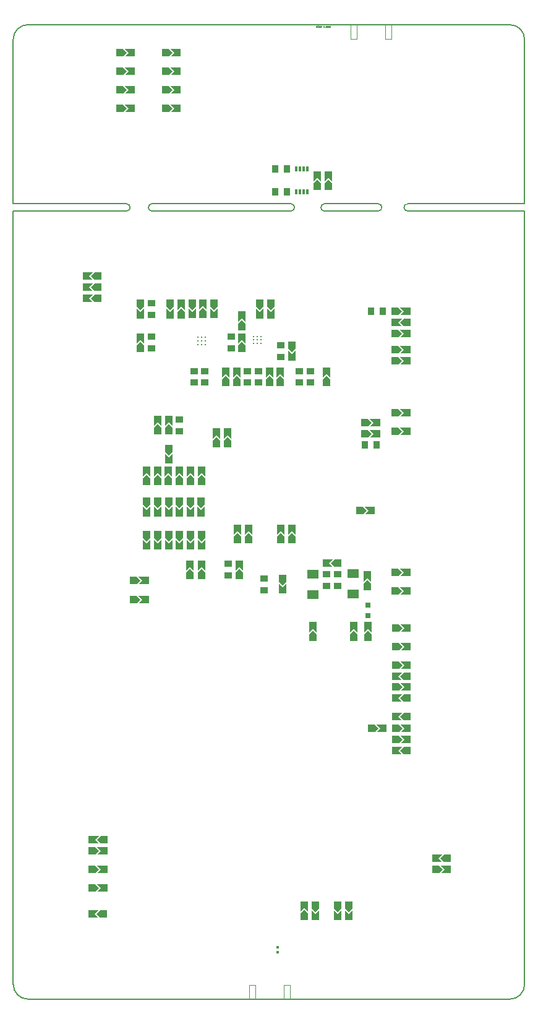
<source format=gbp>
%FSLAX25Y25*%
%MOIN*%
G70*
G01*
G75*
G04 Layer_Color=128*
%ADD10R,0.01575X0.05315*%
%ADD11R,0.07087X0.07480*%
%ADD12R,0.05906X0.07480*%
%ADD13R,0.03937X0.03937*%
%ADD14C,0.03937*%
%ADD15R,0.04724X0.02362*%
%ADD16R,0.03937X0.00787*%
%ADD17R,0.00787X0.03937*%
%ADD18R,0.03937X0.07087*%
%ADD19R,0.02362X0.04331*%
%ADD20R,0.01600X0.03000*%
%ADD21R,0.06496X0.01181*%
%ADD22R,0.01181X0.06496*%
G04:AMPARAMS|DCode=23|XSize=39.37mil|YSize=98.43mil|CornerRadius=0mil|HoleSize=0mil|Usage=FLASHONLY|Rotation=135.000|XOffset=0mil|YOffset=0mil|HoleType=Round|Shape=Rectangle|*
%AMROTATEDRECTD23*
4,1,4,0.04872,0.02088,-0.02088,-0.04872,-0.04872,-0.02088,0.02088,0.04872,0.04872,0.02088,0.0*
%
%ADD23ROTATEDRECTD23*%

G04:AMPARAMS|DCode=24|XSize=39.37mil|YSize=98.43mil|CornerRadius=0mil|HoleSize=0mil|Usage=FLASHONLY|Rotation=225.000|XOffset=0mil|YOffset=0mil|HoleType=Round|Shape=Rectangle|*
%AMROTATEDRECTD24*
4,1,4,-0.02088,0.04872,0.04872,-0.02088,0.02088,-0.04872,-0.04872,0.02088,-0.02088,0.04872,0.0*
%
%ADD24ROTATEDRECTD24*%

%ADD25R,0.08661X0.02362*%
%ADD26R,0.01772X0.01969*%
%ADD27R,0.07874X0.04724*%
%ADD28R,0.08000X0.04000*%
%ADD29R,0.09000X0.12000*%
%ADD30R,0.04331X0.05906*%
%ADD31R,0.01575X0.05315*%
%ADD32R,0.06000X0.05000*%
%ADD33R,0.11024X0.05906*%
%ADD34R,0.10630X0.05906*%
%ADD35R,0.09055X0.07087*%
%ADD36R,0.03150X0.03543*%
%ADD37R,0.07874X0.02362*%
%ADD38R,0.03937X0.03543*%
%ADD39R,0.04000X0.03200*%
%ADD40C,0.00906*%
%ADD41R,0.01969X0.00984*%
%ADD42R,0.00984X0.01969*%
%ADD43R,0.03543X0.03937*%
%ADD44R,0.05315X0.01575*%
%ADD45R,0.03937X0.03937*%
%ADD46R,0.05906X0.10630*%
%ADD47R,0.05000X0.06000*%
%ADD48C,0.01000*%
%ADD49C,0.03000*%
%ADD50C,0.02000*%
%ADD51C,0.00500*%
%ADD52C,0.00800*%
%ADD53C,0.00900*%
%ADD54C,0.00600*%
%ADD55C,0.04000*%
%ADD56C,0.00610*%
%ADD57C,0.01600*%
%ADD58R,0.09000X0.05500*%
%ADD59R,0.11400X0.05400*%
%ADD60R,0.24300X0.08400*%
%ADD61R,0.23700X0.05006*%
%ADD62C,0.00394*%
%ADD63C,0.00197*%
%ADD64O,0.06299X0.07874*%
%ADD65R,0.09449X0.07480*%
%ADD66C,0.05709*%
%ADD67O,0.07087X0.05906*%
%ADD68R,0.07087X0.05906*%
%ADD69C,0.05906*%
%ADD70R,0.05906X0.05906*%
%ADD71R,0.05906X0.05906*%
%ADD72C,0.12598*%
%ADD73C,0.01500*%
%ADD74C,0.01600*%
%ADD75C,0.02000*%
%ADD76R,0.01181X0.01772*%
%ADD77R,0.03000X0.03000*%
%ADD78R,0.01181X0.03150*%
%ADD79C,0.01260*%
%ADD80R,0.03200X0.04000*%
%ADD81C,0.00984*%
%ADD82C,0.00787*%
%ADD83C,0.00050*%
%ADD84C,0.01200*%
%ADD85C,0.00300*%
%ADD86C,0.00120*%
%ADD87R,0.00730X0.02560*%
%ADD88R,0.06700X0.01800*%
%ADD89R,0.00650X0.02300*%
%ADD90R,0.03000X0.13551*%
%ADD91R,0.02300X0.00650*%
%ADD92R,0.01800X0.06700*%
%ADD93R,0.02560X0.00730*%
%ADD94R,0.02375X0.06115*%
%ADD95R,0.07887X0.08280*%
%ADD96R,0.06706X0.08280*%
%ADD97C,0.04737*%
%ADD98R,0.05524X0.03162*%
%ADD99R,0.04737X0.01587*%
%ADD100R,0.01587X0.04737*%
%ADD101R,0.04737X0.07887*%
%ADD102R,0.03162X0.05131*%
%ADD103R,0.02400X0.03800*%
%ADD104R,0.07296X0.01981*%
%ADD105R,0.01981X0.07296*%
G04:AMPARAMS|DCode=106|XSize=47.37mil|YSize=106.42mil|CornerRadius=0mil|HoleSize=0mil|Usage=FLASHONLY|Rotation=135.000|XOffset=0mil|YOffset=0mil|HoleType=Round|Shape=Rectangle|*
%AMROTATEDRECTD106*
4,1,4,0.05438,0.02088,-0.02088,-0.05438,-0.05438,-0.02088,0.02088,0.05438,0.05438,0.02088,0.0*
%
%ADD106ROTATEDRECTD106*%

G04:AMPARAMS|DCode=107|XSize=47.37mil|YSize=106.42mil|CornerRadius=0mil|HoleSize=0mil|Usage=FLASHONLY|Rotation=225.000|XOffset=0mil|YOffset=0mil|HoleType=Round|Shape=Rectangle|*
%AMROTATEDRECTD107*
4,1,4,-0.02088,0.05438,0.05438,-0.02088,0.02088,-0.05438,-0.05438,0.02088,-0.02088,0.05438,0.0*
%
%ADD107ROTATEDRECTD107*%

%ADD108R,0.09461X0.03162*%
%ADD109R,0.02572X0.02769*%
%ADD110R,0.08674X0.05524*%
%ADD111R,0.08800X0.04800*%
%ADD112R,0.09800X0.12800*%
%ADD113R,0.05131X0.06706*%
%ADD114R,0.02375X0.06115*%
%ADD115R,0.06800X0.05800*%
%ADD116R,0.11824X0.06706*%
%ADD117R,0.11430X0.06706*%
%ADD118R,0.09855X0.07887*%
%ADD119R,0.03950X0.04343*%
%ADD120R,0.08674X0.03162*%
%ADD121R,0.04737X0.04343*%
%ADD122R,0.04800X0.04000*%
%ADD123C,0.01706*%
%ADD124R,0.02769X0.01784*%
%ADD125R,0.01784X0.02769*%
%ADD126R,0.04343X0.04737*%
%ADD127R,0.06115X0.02375*%
%ADD128R,0.06706X0.11430*%
%ADD129R,0.05800X0.06800*%
%ADD130O,0.07099X0.08674*%
%ADD131R,0.10249X0.08280*%
%ADD132C,0.06509*%
%ADD133O,0.07887X0.06706*%
%ADD134R,0.07887X0.06706*%
%ADD135C,0.06706*%
%ADD136R,0.06706X0.06706*%
%ADD137R,0.06706X0.06706*%
%ADD138C,0.13398*%
%ADD139R,0.01981X0.02572*%
%ADD140R,0.03800X0.03800*%
%ADD141R,0.01981X0.03950*%
%ADD142C,0.02060*%
%ADD143R,0.04000X0.04800*%
G36*
X81000Y11000D02*
X79000Y13000D01*
X77000Y11000D01*
Y14000D01*
X81000D01*
Y11000D01*
D02*
G37*
G36*
X127475Y14800D02*
X129475Y12800D01*
X126475D01*
Y14800D01*
Y16800D01*
X129475D01*
X127475Y14800D01*
D02*
G37*
G36*
X131475Y12800D02*
X130475D01*
X128475Y14800D01*
X130475Y16800D01*
X131475D01*
Y12800D01*
D02*
G37*
G36*
X81000Y10000D02*
Y9000D01*
X77000D01*
Y10000D01*
X79000Y12000D01*
X81000Y10000D01*
D02*
G37*
G36*
X54500Y10900D02*
X52500Y12900D01*
X50500Y10900D01*
Y13900D01*
X54500D01*
Y10900D01*
D02*
G37*
G36*
X60600Y11000D02*
X58600Y13000D01*
X56600Y11000D01*
Y14000D01*
X60600D01*
Y11000D01*
D02*
G37*
G36*
X48800Y24550D02*
X44800D01*
Y27550D01*
X46800Y25550D01*
X48800Y27550D01*
Y24550D01*
D02*
G37*
G36*
X54700D02*
X50700D01*
Y27550D01*
X52700Y25550D01*
X54700Y27550D01*
Y24550D01*
D02*
G37*
G36*
X60600D02*
X56600D01*
Y27550D01*
X58600Y25550D01*
X60600Y27550D01*
Y24550D01*
D02*
G37*
G36*
X31100D02*
X27100D01*
Y27550D01*
X29100Y25550D01*
X31100Y27550D01*
Y24550D01*
D02*
G37*
G36*
X37000D02*
X33000D01*
Y27550D01*
X35000Y25550D01*
X37000Y27550D01*
Y24550D01*
D02*
G37*
G36*
X42900D02*
X38900D01*
Y27550D01*
X40900Y25550D01*
X42900Y27550D01*
Y24550D01*
D02*
G37*
G36*
X60600Y10000D02*
Y9000D01*
X56600D01*
Y10000D01*
X58600Y12000D01*
X60600Y10000D01*
D02*
G37*
G36*
X104400Y975D02*
X100400D01*
Y3975D01*
X102400Y1975D01*
X104400Y3975D01*
Y975D01*
D02*
G37*
G36*
Y4975D02*
X102400Y2975D01*
X100400Y4975D01*
Y5975D01*
X104400D01*
Y4975D01*
D02*
G37*
G36*
X150200Y4100D02*
Y3100D01*
X146200D01*
Y4100D01*
X148200Y6100D01*
X150200Y4100D01*
D02*
G37*
G36*
X27825Y-4600D02*
Y-6600D01*
X24825D01*
X26825Y-4600D01*
X24825Y-2600D01*
X27825D01*
Y-4600D01*
D02*
G37*
G36*
X166825Y-100D02*
X164825Y-2100D01*
X163825D01*
Y1900D01*
X164825D01*
X166825Y-100D01*
D02*
G37*
G36*
X168825D02*
Y-2100D01*
X165825D01*
X167825Y-100D01*
X165825Y1900D01*
X168825D01*
Y-100D01*
D02*
G37*
G36*
X166825Y10000D02*
X164825Y8000D01*
X163825D01*
Y12000D01*
X164825D01*
X166825Y10000D01*
D02*
G37*
G36*
X168825D02*
Y8000D01*
X165825D01*
X167825Y10000D01*
X165825Y12000D01*
X168825D01*
Y10000D01*
D02*
G37*
G36*
X54500Y9900D02*
Y8900D01*
X50500D01*
Y9900D01*
X52500Y11900D01*
X54500Y9900D01*
D02*
G37*
G36*
X25825Y5500D02*
X23825Y3500D01*
X22825D01*
Y7500D01*
X23825D01*
X25825Y5500D01*
D02*
G37*
G36*
X27825D02*
Y3500D01*
X24825D01*
X26825Y5500D01*
X24825Y7500D01*
X27825D01*
Y5500D01*
D02*
G37*
G36*
X150200Y5100D02*
X148200Y7100D01*
X146200Y5100D01*
Y8100D01*
X150200D01*
Y5100D01*
D02*
G37*
G36*
X31100Y28550D02*
X29100Y26550D01*
X27100Y28550D01*
Y29550D01*
X31100D01*
Y28550D01*
D02*
G37*
G36*
X37000Y42450D02*
X33000D01*
Y45450D01*
X35000Y43450D01*
X37000Y45450D01*
Y42450D01*
D02*
G37*
G36*
X42900D02*
X38900D01*
Y45450D01*
X40900Y43450D01*
X42900Y45450D01*
Y42450D01*
D02*
G37*
G36*
X48800D02*
X44800D01*
Y45450D01*
X46800Y43450D01*
X48800Y45450D01*
Y42450D01*
D02*
G37*
G36*
X147725Y43300D02*
X145725Y41300D01*
X144725D01*
Y45300D01*
X145725D01*
X147725Y43300D01*
D02*
G37*
G36*
X149725D02*
Y41300D01*
X146725D01*
X148725Y43300D01*
X146725Y45300D01*
X149725D01*
Y43300D01*
D02*
G37*
G36*
X31100Y42450D02*
X27100D01*
Y45450D01*
X29100Y43450D01*
X31100Y45450D01*
Y42450D01*
D02*
G37*
G36*
X37000Y46450D02*
X35000Y44450D01*
X33000Y46450D01*
Y47450D01*
X37000D01*
Y46450D01*
D02*
G37*
G36*
X42900D02*
X40900Y44450D01*
X38900Y46450D01*
Y47450D01*
X42900D01*
Y46450D01*
D02*
G37*
G36*
X48800D02*
X46800Y44450D01*
X44800Y46450D01*
Y47450D01*
X48800D01*
Y46450D01*
D02*
G37*
G36*
X54653Y42450D02*
X50653D01*
Y45450D01*
X52653Y43450D01*
X54653Y45450D01*
Y42450D01*
D02*
G37*
G36*
X60530D02*
X56530D01*
Y45450D01*
X58530Y43450D01*
X60530Y45450D01*
Y42450D01*
D02*
G37*
G36*
X31100Y46450D02*
X29100Y44450D01*
X27100Y46450D01*
Y47450D01*
X31100D01*
Y46450D01*
D02*
G37*
G36*
X109270Y30125D02*
X107270Y32125D01*
X105270Y30125D01*
Y33125D01*
X109270D01*
Y30125D01*
D02*
G37*
G36*
X54700Y28550D02*
X52700Y26550D01*
X50700Y28550D01*
Y29550D01*
X54700D01*
Y28550D01*
D02*
G37*
G36*
X60600D02*
X58600Y26550D01*
X56600Y28550D01*
Y29550D01*
X60600D01*
Y28550D01*
D02*
G37*
G36*
X80000Y29125D02*
Y28125D01*
X76000D01*
Y29125D01*
X78000Y31125D01*
X80000Y29125D01*
D02*
G37*
G36*
X37000Y28550D02*
X35000Y26550D01*
X33000Y28550D01*
Y29550D01*
X37000D01*
Y28550D01*
D02*
G37*
G36*
X42900D02*
X40900Y26550D01*
X38900Y28550D01*
Y29550D01*
X42900D01*
Y28550D01*
D02*
G37*
G36*
X48800D02*
X46800Y26550D01*
X44800Y28550D01*
Y29550D01*
X48800D01*
Y28550D01*
D02*
G37*
G36*
X80000Y30125D02*
X78000Y32125D01*
X76000Y30125D01*
Y33125D01*
X80000D01*
Y30125D01*
D02*
G37*
G36*
X85900D02*
X83900Y32125D01*
X81900Y30125D01*
Y33125D01*
X85900D01*
Y30125D01*
D02*
G37*
G36*
X103370D02*
X101370Y32125D01*
X99370Y30125D01*
Y33125D01*
X103370D01*
Y30125D01*
D02*
G37*
G36*
X85900Y29125D02*
Y28125D01*
X81900D01*
Y29125D01*
X83900Y31125D01*
X85900Y29125D01*
D02*
G37*
G36*
X103370D02*
Y28125D01*
X99370D01*
Y29125D01*
X101370Y31125D01*
X103370Y29125D01*
D02*
G37*
G36*
X109270D02*
Y28125D01*
X105270D01*
Y29125D01*
X107270Y31125D01*
X109270Y29125D01*
D02*
G37*
G36*
X186450Y-144200D02*
X188450Y-146200D01*
X185450D01*
Y-144200D01*
Y-142200D01*
X188450D01*
X186450Y-144200D01*
D02*
G37*
G36*
X190450Y-146200D02*
X189450D01*
X187450Y-144200D01*
X189450Y-142200D01*
X190450D01*
Y-146200D01*
D02*
G37*
G36*
X3500Y-139900D02*
X1500Y-141900D01*
X500D01*
Y-137900D01*
X1500D01*
X3500Y-139900D01*
D02*
G37*
G36*
X190700Y-150100D02*
Y-152100D01*
X187700D01*
X189700Y-150100D01*
X187700Y-148100D01*
X190700D01*
Y-150100D01*
D02*
G37*
G36*
X3500Y-149900D02*
X1500Y-151900D01*
X500D01*
Y-147900D01*
X1500D01*
X3500Y-149900D01*
D02*
G37*
G36*
X5500D02*
Y-151900D01*
X2500D01*
X4500Y-149900D01*
X2500Y-147900D01*
X5500D01*
Y-149900D01*
D02*
G37*
G36*
X164775Y-85900D02*
X166775Y-87900D01*
X163775D01*
Y-85900D01*
Y-83900D01*
X166775D01*
X164775Y-85900D01*
D02*
G37*
G36*
X168775Y-87900D02*
X167775D01*
X165775Y-85900D01*
X167775Y-83900D01*
X168775D01*
Y-87900D01*
D02*
G37*
G36*
X167025Y-80000D02*
X165025Y-82000D01*
X164025D01*
Y-78000D01*
X165025D01*
X167025Y-80000D01*
D02*
G37*
G36*
X5500Y-139900D02*
Y-141900D01*
X2500D01*
X4500Y-139900D01*
X2500Y-137900D01*
X5500D01*
Y-139900D01*
D02*
G37*
G36*
X1250Y-133900D02*
X3250Y-135900D01*
X250D01*
Y-133900D01*
Y-131900D01*
X3250D01*
X1250Y-133900D01*
D02*
G37*
G36*
X5250Y-135900D02*
X4250D01*
X2250Y-133900D01*
X4250Y-131900D01*
X5250D01*
Y-135900D01*
D02*
G37*
G36*
X188700Y-150100D02*
X186700Y-152100D01*
X185700D01*
Y-148100D01*
X186700D01*
X188700Y-150100D01*
D02*
G37*
G36*
X122000Y-175025D02*
X118000D01*
Y-172025D01*
X120000Y-174025D01*
X122000Y-172025D01*
Y-175025D01*
D02*
G37*
G36*
X134000D02*
X130000D01*
Y-172025D01*
X132000Y-174025D01*
X134000Y-172025D01*
Y-175025D01*
D02*
G37*
G36*
X139900D02*
X135900D01*
Y-172025D01*
X137900Y-174025D01*
X139900Y-172025D01*
Y-175025D01*
D02*
G37*
G36*
X1175Y-174100D02*
X3175Y-176100D01*
X175D01*
Y-174100D01*
Y-172100D01*
X3175D01*
X1175Y-174100D01*
D02*
G37*
G36*
X5175Y-176100D02*
X4175D01*
X2175Y-174100D01*
X4175Y-172100D01*
X5175D01*
Y-176100D01*
D02*
G37*
G36*
X116100Y-173769D02*
Y-174769D01*
X112100D01*
Y-173769D01*
X114100Y-171769D01*
X116100Y-173769D01*
D02*
G37*
G36*
Y-172769D02*
X114100Y-170769D01*
X112100Y-172769D01*
Y-169769D01*
X116100D01*
Y-172769D01*
D02*
G37*
G36*
X3500Y-159900D02*
X1500Y-161900D01*
X500D01*
Y-157900D01*
X1500D01*
X3500Y-159900D01*
D02*
G37*
G36*
X5500D02*
Y-161900D01*
X2500D01*
X4500Y-159900D01*
X2500Y-157900D01*
X5500D01*
Y-159900D01*
D02*
G37*
G36*
X122000Y-171025D02*
X120000Y-173025D01*
X118000Y-171025D01*
Y-170025D01*
X122000D01*
Y-171025D01*
D02*
G37*
G36*
X134000D02*
X132000Y-173025D01*
X130000Y-171025D01*
Y-170025D01*
X134000D01*
Y-171025D01*
D02*
G37*
G36*
X139900D02*
X137900Y-173025D01*
X135900Y-171025D01*
Y-170025D01*
X139900D01*
Y-171025D01*
D02*
G37*
G36*
X169025Y-80000D02*
Y-82000D01*
X166025D01*
X168025Y-80000D01*
X166025Y-78000D01*
X169025D01*
Y-80000D01*
D02*
G37*
G36*
X120800Y-23275D02*
Y-24275D01*
X116800D01*
Y-23275D01*
X118800Y-21275D01*
X120800Y-23275D01*
D02*
G37*
G36*
X142700D02*
Y-24275D01*
X138700D01*
Y-23275D01*
X140700Y-21275D01*
X142700Y-23275D01*
D02*
G37*
G36*
X150300D02*
Y-24275D01*
X146300D01*
Y-23275D01*
X148300Y-21275D01*
X150300Y-23275D01*
D02*
G37*
G36*
X169025Y-40000D02*
Y-42000D01*
X166025D01*
X168025Y-40000D01*
X166025Y-38000D01*
X169025D01*
Y-40000D01*
D02*
G37*
G36*
X167025Y-30000D02*
X165025Y-32000D01*
X164025D01*
Y-28000D01*
X165025D01*
X167025Y-30000D01*
D02*
G37*
G36*
X169025D02*
Y-32000D01*
X166025D01*
X168025Y-30000D01*
X166025Y-28000D01*
X169025D01*
Y-30000D01*
D02*
G37*
G36*
X167025Y-20000D02*
X165025Y-22000D01*
X164025D01*
Y-18000D01*
X165025D01*
X167025Y-20000D01*
D02*
G37*
G36*
X169025D02*
Y-22000D01*
X166025D01*
X168025Y-20000D01*
X166025Y-18000D01*
X169025D01*
Y-20000D01*
D02*
G37*
G36*
X25825Y-4600D02*
X23825Y-6600D01*
X22825D01*
Y-2600D01*
X23825D01*
X25825Y-4600D01*
D02*
G37*
G36*
X120800Y-22275D02*
X118800Y-20275D01*
X116800Y-22275D01*
Y-19275D01*
X120800D01*
Y-22275D01*
D02*
G37*
G36*
X142700D02*
X140700Y-20275D01*
X138700Y-22275D01*
Y-19275D01*
X142700D01*
Y-22275D01*
D02*
G37*
G36*
X150300D02*
X148300Y-20275D01*
X146300Y-22275D01*
Y-19275D01*
X150300D01*
Y-22275D01*
D02*
G37*
G36*
X167025Y-40000D02*
X165025Y-42000D01*
X164025D01*
Y-38000D01*
X165025D01*
X167025Y-40000D01*
D02*
G37*
G36*
X169025Y-74100D02*
Y-76100D01*
X166025D01*
X168025Y-74100D01*
X166025Y-72100D01*
X169025D01*
Y-74100D01*
D02*
G37*
G36*
X164800Y-67700D02*
X166800Y-69700D01*
X163800D01*
Y-67700D01*
Y-65700D01*
X166800D01*
X164800Y-67700D01*
D02*
G37*
G36*
X168800Y-69700D02*
X167800D01*
X165800Y-67700D01*
X167800Y-65700D01*
X168800D01*
Y-69700D01*
D02*
G37*
G36*
X154125Y-74200D02*
X152125Y-76200D01*
X151125D01*
Y-72200D01*
X152125D01*
X154125Y-74200D01*
D02*
G37*
G36*
X156125D02*
Y-76200D01*
X153125D01*
X155125Y-74200D01*
X153125Y-72200D01*
X156125D01*
Y-74200D01*
D02*
G37*
G36*
X167025Y-74100D02*
X165025Y-76100D01*
X164025D01*
Y-72100D01*
X165025D01*
X167025Y-74100D01*
D02*
G37*
G36*
X169025Y-51800D02*
Y-53800D01*
X166025D01*
X168025Y-51800D01*
X166025Y-49800D01*
X169025D01*
Y-51800D01*
D02*
G37*
G36*
X164775Y-45900D02*
X166775Y-47900D01*
X163775D01*
Y-45900D01*
Y-43900D01*
X166775D01*
X164775Y-45900D01*
D02*
G37*
G36*
X168775Y-47900D02*
X167775D01*
X165775Y-45900D01*
X167775Y-43900D01*
X168775D01*
Y-47900D01*
D02*
G37*
G36*
X164775Y-57700D02*
X166775Y-59700D01*
X163775D01*
Y-57700D01*
Y-55700D01*
X166775D01*
X164775Y-57700D01*
D02*
G37*
G36*
X168775Y-59700D02*
X167775D01*
X165775Y-57700D01*
X167775Y-55700D01*
X168775D01*
Y-59700D01*
D02*
G37*
G36*
X167025Y-51800D02*
X165025Y-53800D01*
X164025D01*
Y-49800D01*
X165025D01*
X167025Y-51800D01*
D02*
G37*
G36*
X55560Y149208D02*
X51560D01*
Y152208D01*
X53560Y150208D01*
X55560Y152208D01*
Y149208D01*
D02*
G37*
G36*
X27800Y153175D02*
X25800Y151175D01*
X23800Y153175D01*
Y154175D01*
X27800D01*
Y153175D01*
D02*
G37*
G36*
X43630D02*
X41630Y151175D01*
X39630Y153175D01*
Y154175D01*
X43630D01*
Y153175D01*
D02*
G37*
G36*
X91979Y149175D02*
X87979D01*
Y152175D01*
X89979Y150175D01*
X91979Y152175D01*
Y149175D01*
D02*
G37*
G36*
X98000D02*
X94000D01*
Y152175D01*
X96000Y150175D01*
X98000Y152175D01*
Y149175D01*
D02*
G37*
G36*
X67400Y149200D02*
X63400D01*
Y152200D01*
X65400Y150200D01*
X67400Y152200D01*
Y149200D01*
D02*
G37*
G36*
X55560Y153208D02*
X53560Y151208D01*
X51560Y153208D01*
Y154208D01*
X55560D01*
Y153208D01*
D02*
G37*
G36*
X49700Y151425D02*
X47700Y153425D01*
X45700Y151425D01*
Y154425D01*
X49700D01*
Y151425D01*
D02*
G37*
G36*
X61460Y151458D02*
X59460Y153458D01*
X57460Y151458D01*
Y154458D01*
X61460D01*
Y151458D01*
D02*
G37*
G36*
X91979Y153175D02*
X89979Y151175D01*
X87979Y153175D01*
Y154175D01*
X91979D01*
Y153175D01*
D02*
G37*
G36*
X98000D02*
X96000Y151175D01*
X94000Y153175D01*
Y154175D01*
X98000D01*
Y153175D01*
D02*
G37*
G36*
X67400Y153200D02*
X65400Y151200D01*
X63400Y153200D01*
Y154200D01*
X67400D01*
Y153200D01*
D02*
G37*
G36*
X43630Y149175D02*
X39630D01*
Y152175D01*
X41630Y150175D01*
X43630Y152175D01*
Y149175D01*
D02*
G37*
G36*
X164600Y144600D02*
X166600Y142600D01*
X163600D01*
Y144600D01*
Y146600D01*
X166600D01*
X164600Y144600D01*
D02*
G37*
G36*
X168600Y142600D02*
X167600D01*
X165600Y144600D01*
X167600Y146600D01*
X168600D01*
Y142600D01*
D02*
G37*
G36*
X82500Y144100D02*
Y143100D01*
X78500D01*
Y144100D01*
X80500Y146100D01*
X82500Y144100D01*
D02*
G37*
G36*
Y133325D02*
X80500Y135325D01*
X78500Y133325D01*
Y136325D01*
X82500D01*
Y133325D01*
D02*
G37*
G36*
X166825Y138700D02*
X164825Y136700D01*
X163825D01*
Y140700D01*
X164825D01*
X166825Y138700D01*
D02*
G37*
G36*
X168825D02*
Y136700D01*
X165825D01*
X167825Y138700D01*
X165825Y140700D01*
X168825D01*
Y138700D01*
D02*
G37*
G36*
X49700Y150425D02*
Y149425D01*
X45700D01*
Y150425D01*
X47700Y152425D01*
X49700Y150425D01*
D02*
G37*
G36*
X61460Y150458D02*
Y149458D01*
X57460D01*
Y150458D01*
X59460Y152458D01*
X61460Y150458D01*
D02*
G37*
G36*
X27800Y149175D02*
X23800D01*
Y152175D01*
X25800Y150175D01*
X27800Y152175D01*
Y149175D01*
D02*
G37*
G36*
X82500Y145100D02*
X80500Y147100D01*
X78500Y145100D01*
Y148100D01*
X82500D01*
Y145100D01*
D02*
G37*
G36*
X166850Y150600D02*
X164850Y148600D01*
X163850D01*
Y152600D01*
X164850D01*
X166850Y150600D01*
D02*
G37*
G36*
X168850D02*
Y148600D01*
X165850D01*
X167850Y150600D01*
X165850Y152600D01*
X168850D01*
Y150600D01*
D02*
G37*
G36*
X-2000Y157700D02*
X0Y155700D01*
X-3000D01*
Y157700D01*
Y159700D01*
X0D01*
X-2000Y157700D01*
D02*
G37*
G36*
X45025Y270000D02*
Y268000D01*
X42025D01*
X44025Y270000D01*
X42025Y272000D01*
X45025D01*
Y270000D01*
D02*
G37*
G36*
X18225Y280000D02*
X16225Y278000D01*
X15225D01*
Y282000D01*
X16225D01*
X18225Y280000D01*
D02*
G37*
G36*
X20225D02*
Y278000D01*
X17225D01*
X19225Y280000D01*
X17225Y282000D01*
X20225D01*
Y280000D01*
D02*
G37*
G36*
X18225Y270000D02*
X16225Y268000D01*
X15225D01*
Y272000D01*
X16225D01*
X18225Y270000D01*
D02*
G37*
G36*
X20225D02*
Y268000D01*
X17225D01*
X19225Y270000D01*
X17225Y272000D01*
X20225D01*
Y270000D01*
D02*
G37*
G36*
X43025D02*
X41025Y268000D01*
X40025D01*
Y272000D01*
X41025D01*
X43025Y270000D01*
D02*
G37*
G36*
X20225Y290000D02*
Y288000D01*
X17225D01*
X19225Y290000D01*
X17225Y292000D01*
X20225D01*
Y290000D01*
D02*
G37*
G36*
X43025D02*
X41025Y288000D01*
X40025D01*
Y292000D01*
X41025D01*
X43025Y290000D01*
D02*
G37*
G36*
X45025D02*
Y288000D01*
X42025D01*
X44025Y290000D01*
X42025Y292000D01*
X45025D01*
Y290000D01*
D02*
G37*
G36*
X43025Y280000D02*
X41025Y278000D01*
X40025D01*
Y282000D01*
X41025D01*
X43025Y280000D01*
D02*
G37*
G36*
X45025D02*
Y278000D01*
X42025D01*
X44025Y280000D01*
X42025Y282000D01*
X45025D01*
Y280000D01*
D02*
G37*
G36*
X18225Y290000D02*
X16225Y288000D01*
X15225D01*
Y292000D01*
X16225D01*
X18225Y290000D01*
D02*
G37*
G36*
X45025Y260000D02*
Y258000D01*
X42025D01*
X44025Y260000D01*
X42025Y262000D01*
X45025D01*
Y260000D01*
D02*
G37*
G36*
X-2000Y169500D02*
X0Y167500D01*
X-3000D01*
Y169500D01*
Y171500D01*
X0D01*
X-2000Y169500D01*
D02*
G37*
G36*
X2000Y167500D02*
X1000D01*
X-1000Y169500D01*
X1000Y171500D01*
X2000D01*
Y167500D01*
D02*
G37*
G36*
X123000Y219600D02*
Y218600D01*
X119000D01*
Y219600D01*
X121000Y221600D01*
X123000Y219600D01*
D02*
G37*
G36*
X2000Y155700D02*
X1000D01*
X-1000Y157700D01*
X1000Y159700D01*
X2000D01*
Y155700D01*
D02*
G37*
G36*
X-2000Y163600D02*
X0Y161600D01*
X-3000D01*
Y163600D01*
Y165600D01*
X0D01*
X-2000Y163600D01*
D02*
G37*
G36*
X2000Y161600D02*
X1000D01*
X-1000Y163600D01*
X1000Y165600D01*
X2000D01*
Y161600D01*
D02*
G37*
G36*
X18225Y260000D02*
X16225Y258000D01*
X15225D01*
Y262000D01*
X16225D01*
X18225Y260000D01*
D02*
G37*
G36*
X20225D02*
Y258000D01*
X17225D01*
X19225Y260000D01*
X17225Y262000D01*
X20225D01*
Y260000D01*
D02*
G37*
G36*
X43025D02*
X41025Y258000D01*
X40025D01*
Y262000D01*
X41025D01*
X43025Y260000D01*
D02*
G37*
G36*
X129200Y219600D02*
Y218600D01*
X125200D01*
Y219600D01*
X127200Y221600D01*
X129200Y219600D01*
D02*
G37*
G36*
X123000Y220600D02*
X121000Y222600D01*
X119000Y220600D01*
Y223600D01*
X123000D01*
Y220600D01*
D02*
G37*
G36*
X129200D02*
X127200Y222600D01*
X125200Y220600D01*
Y223600D01*
X129200D01*
Y220600D01*
D02*
G37*
G36*
X68857Y81100D02*
Y80100D01*
X64857D01*
Y81100D01*
X66857Y83100D01*
X68857Y81100D01*
D02*
G37*
G36*
X74800D02*
Y80100D01*
X70800D01*
Y81100D01*
X72800Y83100D01*
X74800Y81100D01*
D02*
G37*
G36*
X68857Y82100D02*
X66857Y84100D01*
X64857Y82100D01*
Y85100D01*
X68857D01*
Y82100D01*
D02*
G37*
G36*
X60553Y61525D02*
X58553Y63525D01*
X56553Y61525D01*
Y64525D01*
X60553D01*
Y61525D01*
D02*
G37*
G36*
X42900Y71075D02*
X38900D01*
Y74075D01*
X40900Y72075D01*
X42900Y74075D01*
Y71075D01*
D02*
G37*
G36*
Y75075D02*
X40900Y73075D01*
X38900Y75075D01*
Y76075D01*
X42900D01*
Y75075D01*
D02*
G37*
G36*
X166825Y86000D02*
X164825Y84000D01*
X163825D01*
Y88000D01*
X164825D01*
X166825Y86000D01*
D02*
G37*
G36*
X168825D02*
Y84000D01*
X165825D01*
X167825Y86000D01*
X165825Y88000D01*
X168825D01*
Y86000D01*
D02*
G37*
G36*
X37000Y87825D02*
Y86825D01*
X33000D01*
Y87825D01*
X35000Y89825D01*
X37000Y87825D01*
D02*
G37*
G36*
X74800Y82100D02*
X72800Y84100D01*
X70800Y82100D01*
Y85100D01*
X74800D01*
Y82100D01*
D02*
G37*
G36*
X150525Y84600D02*
X148525Y82600D01*
X147525D01*
Y86600D01*
X148525D01*
X150525Y84600D01*
D02*
G37*
G36*
X152525D02*
Y82600D01*
X149525D01*
X151525Y84600D01*
X149525Y86600D01*
X152525D01*
Y84600D01*
D02*
G37*
G36*
X54653Y61525D02*
X52653Y63525D01*
X50653Y61525D01*
Y64525D01*
X54653D01*
Y61525D01*
D02*
G37*
G36*
X31053Y60500D02*
Y59500D01*
X27053D01*
Y60500D01*
X29053Y62500D01*
X31053Y60500D01*
D02*
G37*
G36*
X36953D02*
Y59500D01*
X32953D01*
Y60500D01*
X34953Y62500D01*
X36953Y60500D01*
D02*
G37*
G36*
X48753Y60525D02*
Y59525D01*
X44753D01*
Y60525D01*
X46753Y62525D01*
X48753Y60525D01*
D02*
G37*
G36*
X54653Y46450D02*
X52653Y44450D01*
X50653Y46450D01*
Y47450D01*
X54653D01*
Y46450D01*
D02*
G37*
G36*
X60530D02*
X58530Y44450D01*
X56530Y46450D01*
Y47450D01*
X60530D01*
Y46450D01*
D02*
G37*
G36*
X42853Y60498D02*
Y59498D01*
X38853D01*
Y60498D01*
X40853Y62498D01*
X42853Y60498D01*
D02*
G37*
G36*
X31053Y61500D02*
X29053Y63500D01*
X27053Y61500D01*
Y64500D01*
X31053D01*
Y61500D01*
D02*
G37*
G36*
X36953D02*
X34953Y63500D01*
X32953Y61500D01*
Y64500D01*
X36953D01*
Y61500D01*
D02*
G37*
G36*
X48753Y61525D02*
X46753Y63525D01*
X44753Y61525D01*
Y64525D01*
X48753D01*
Y61525D01*
D02*
G37*
G36*
X54653Y60525D02*
Y59525D01*
X50653D01*
Y60525D01*
X52653Y62525D01*
X54653Y60525D01*
D02*
G37*
G36*
X60553D02*
Y59525D01*
X56553D01*
Y60525D01*
X58553Y62525D01*
X60553Y60525D01*
D02*
G37*
G36*
X42853Y61498D02*
X40853Y63498D01*
X38853Y61498D01*
Y64498D01*
X42853D01*
Y61498D01*
D02*
G37*
G36*
X42900Y87825D02*
Y86825D01*
X38900D01*
Y87825D01*
X40900Y89825D01*
X42900Y87825D01*
D02*
G37*
G36*
X166825Y124000D02*
X164825Y122000D01*
X163825D01*
Y126000D01*
X164825D01*
X166825Y124000D01*
D02*
G37*
G36*
X168825D02*
Y122000D01*
X165825D01*
X167825Y124000D01*
X165825Y126000D01*
X168825D01*
Y124000D01*
D02*
G37*
G36*
X109247Y126480D02*
X105247D01*
Y129481D01*
X107247Y127480D01*
X109247Y129481D01*
Y126480D01*
D02*
G37*
G36*
X128100Y114900D02*
X126100Y116900D01*
X124100Y114900D01*
Y117900D01*
X128100D01*
Y114900D01*
D02*
G37*
G36*
X97300Y114925D02*
X95300Y116925D01*
X93300Y114925D01*
Y117925D01*
X97300D01*
Y114925D01*
D02*
G37*
G36*
X103200D02*
X101200Y116925D01*
X99200Y114925D01*
Y117925D01*
X103200D01*
Y114925D01*
D02*
G37*
G36*
X27800Y132325D02*
Y131325D01*
X23800D01*
Y132325D01*
X25800Y134325D01*
X27800Y132325D01*
D02*
G37*
G36*
X82500D02*
Y131325D01*
X78500D01*
Y132325D01*
X80500Y134325D01*
X82500Y132325D01*
D02*
G37*
G36*
X27800Y133325D02*
X25800Y135325D01*
X23800Y133325D01*
Y136325D01*
X27800D01*
Y133325D01*
D02*
G37*
G36*
X166825Y129900D02*
X164825Y127900D01*
X163825D01*
Y131900D01*
X164825D01*
X166825Y129900D01*
D02*
G37*
G36*
X168825D02*
Y127900D01*
X165825D01*
X167825Y129900D01*
X165825Y131900D01*
X168825D01*
Y129900D01*
D02*
G37*
G36*
X109247Y130481D02*
X107247Y128481D01*
X105247Y130481D01*
Y131481D01*
X109247D01*
Y130481D01*
D02*
G37*
G36*
X79670Y114900D02*
X77670Y116900D01*
X75670Y114900D01*
Y117900D01*
X79670D01*
Y114900D01*
D02*
G37*
G36*
X42900Y88825D02*
X40900Y90825D01*
X38900Y88825D01*
Y91825D01*
X42900D01*
Y88825D01*
D02*
G37*
G36*
X166825Y96000D02*
X164825Y94000D01*
X163825D01*
Y98000D01*
X164825D01*
X166825Y96000D01*
D02*
G37*
G36*
X168825D02*
Y94000D01*
X165825D01*
X167825Y96000D01*
X165825Y98000D01*
X168825D01*
Y96000D01*
D02*
G37*
G36*
X150525Y90500D02*
X148525Y88500D01*
X147525D01*
Y92500D01*
X148525D01*
X150525Y90500D01*
D02*
G37*
G36*
X152525D02*
Y88500D01*
X149525D01*
X151525Y90500D01*
X149525Y92500D01*
X152525D01*
Y90500D01*
D02*
G37*
G36*
X37000Y88825D02*
X35000Y90825D01*
X33000Y88825D01*
Y91825D01*
X37000D01*
Y88825D01*
D02*
G37*
G36*
X97300Y113925D02*
Y112925D01*
X93300D01*
Y113925D01*
X95300Y115925D01*
X97300Y113925D01*
D02*
G37*
G36*
X103200D02*
Y112925D01*
X99200D01*
Y113925D01*
X101200Y115925D01*
X103200Y113925D01*
D02*
G37*
G36*
X73770Y114900D02*
X71770Y116900D01*
X69770Y114900D01*
Y117900D01*
X73770D01*
Y114900D01*
D02*
G37*
G36*
Y113900D02*
Y112900D01*
X69770D01*
Y113900D01*
X71770Y115900D01*
X73770Y113900D01*
D02*
G37*
G36*
X79670D02*
Y112900D01*
X75670D01*
Y113900D01*
X77670Y115900D01*
X79670Y113900D01*
D02*
G37*
G36*
X128100Y113900D02*
Y112900D01*
X124100D01*
Y113900D01*
X126100Y115900D01*
X128100Y113900D01*
D02*
G37*
D32*
X118800Y8950D02*
D03*
Y-2050D02*
D03*
X140400Y9200D02*
D03*
Y-1800D02*
D03*
D38*
X31700Y136850D02*
D03*
Y130550D02*
D03*
X74600Y130550D02*
D03*
Y136850D02*
D03*
X31700Y154950D02*
D03*
Y148650D02*
D03*
X126200Y9000D02*
D03*
Y2700D02*
D03*
X101347Y125956D02*
D03*
Y132255D02*
D03*
X73200Y14550D02*
D03*
Y8250D02*
D03*
X132100Y9030D02*
D03*
Y2730D02*
D03*
X92400Y6650D02*
D03*
Y350D02*
D03*
X46800Y92250D02*
D03*
Y85950D02*
D03*
X89400Y112125D02*
D03*
Y118425D02*
D03*
X111400Y112125D02*
D03*
Y118425D02*
D03*
X117300D02*
D03*
Y112125D02*
D03*
X83500D02*
D03*
Y118425D02*
D03*
X60500Y112125D02*
D03*
Y118425D02*
D03*
X54600Y112125D02*
D03*
Y118425D02*
D03*
D39*
X25800Y137075D02*
D03*
Y130325D02*
D03*
X140700Y-25275D02*
D03*
Y-18525D02*
D03*
X148300Y-25275D02*
D03*
Y-18525D02*
D03*
X53560Y155208D02*
D03*
Y148458D02*
D03*
X65400Y155200D02*
D03*
Y148450D02*
D03*
X52500Y7900D02*
D03*
Y14650D02*
D03*
X58600Y8000D02*
D03*
Y14750D02*
D03*
X59460Y148458D02*
D03*
Y155208D02*
D03*
X25800Y155175D02*
D03*
Y148425D02*
D03*
X41630Y155175D02*
D03*
Y148425D02*
D03*
X47700Y148425D02*
D03*
Y155175D02*
D03*
X80500Y130325D02*
D03*
Y137075D02*
D03*
X107247Y132481D02*
D03*
Y125731D02*
D03*
X89979Y155175D02*
D03*
Y148425D02*
D03*
X96000Y155175D02*
D03*
Y148425D02*
D03*
X121000Y217600D02*
D03*
Y224350D02*
D03*
X132000Y-169025D02*
D03*
Y-175775D02*
D03*
X118800Y-25275D02*
D03*
Y-18525D02*
D03*
X40900Y70325D02*
D03*
Y77075D02*
D03*
X127200Y224350D02*
D03*
Y217600D02*
D03*
X35000Y92575D02*
D03*
Y85825D02*
D03*
X72800Y85850D02*
D03*
X66857D02*
D03*
X107270Y33875D02*
D03*
Y27125D02*
D03*
X79000Y14750D02*
D03*
Y8000D02*
D03*
X78000Y33875D02*
D03*
Y27125D02*
D03*
X101370Y33875D02*
D03*
Y27125D02*
D03*
X102400Y225D02*
D03*
Y6975D02*
D03*
X83900Y33875D02*
D03*
Y27125D02*
D03*
X148200Y8850D02*
D03*
Y2100D02*
D03*
X77670Y118650D02*
D03*
Y111900D02*
D03*
X126100Y118650D02*
D03*
Y111900D02*
D03*
X71770Y118650D02*
D03*
Y111900D02*
D03*
X40900Y92575D02*
D03*
Y85825D02*
D03*
X137900Y-175775D02*
D03*
Y-169025D02*
D03*
X120000Y-175775D02*
D03*
Y-169025D02*
D03*
X114100Y-169019D02*
D03*
Y-175769D02*
D03*
X80500Y142100D02*
D03*
Y148850D02*
D03*
X29100Y48450D02*
D03*
Y41700D02*
D03*
X35000Y48450D02*
D03*
Y41700D02*
D03*
X40900Y48450D02*
D03*
Y41700D02*
D03*
X58530Y48450D02*
D03*
Y41700D02*
D03*
X52653Y48450D02*
D03*
Y41700D02*
D03*
X46800Y48450D02*
D03*
Y41700D02*
D03*
Y30550D02*
D03*
Y23800D02*
D03*
X52700Y30550D02*
D03*
Y23800D02*
D03*
X58600Y30550D02*
D03*
Y23800D02*
D03*
X29100Y30550D02*
D03*
Y23800D02*
D03*
X35000Y30550D02*
D03*
Y23800D02*
D03*
X40900Y30550D02*
D03*
Y23800D02*
D03*
X72800Y79100D02*
D03*
X66857D02*
D03*
X40853Y58498D02*
D03*
Y65248D02*
D03*
X46753Y58525D02*
D03*
Y65275D02*
D03*
X52653Y58525D02*
D03*
Y65275D02*
D03*
X58553Y58525D02*
D03*
Y65275D02*
D03*
X29053Y58500D02*
D03*
Y65250D02*
D03*
X34953Y58500D02*
D03*
Y65250D02*
D03*
X95300Y118675D02*
D03*
Y111925D02*
D03*
X101200Y118675D02*
D03*
Y111925D02*
D03*
D43*
X146750Y78700D02*
D03*
X153050D02*
D03*
X98450Y227200D02*
D03*
X104750D02*
D03*
X156475Y150600D02*
D03*
X150175D02*
D03*
X104750Y215100D02*
D03*
X98450D02*
D03*
D51*
X232796Y297086D02*
G03*
X224921Y304960I-7874J0D01*
G01*
X-34921D02*
G03*
X-42795Y297086I0J-7874D01*
G01*
X106811Y204566D02*
G03*
X106811Y208503I0J1969D01*
G01*
X32008D02*
G03*
X32008Y204566I0J-1969D01*
G01*
X18229D02*
G03*
X18229Y208503I0J1969D01*
G01*
X153858Y204566D02*
G03*
X153858Y208503I0J1969D01*
G01*
X125000Y208503D02*
G03*
X125000Y204566I-0J-1969D01*
G01*
X169803Y208503D02*
G03*
X169803Y204566I0J-1969D01*
G01*
X224921Y-219980D02*
G03*
X232796Y-212106I0J7874D01*
G01*
X-42780Y-212122D02*
G03*
X-34906Y-219996I7874J0D01*
G01*
X-42795Y-212126D02*
Y204567D01*
X232796Y297086D02*
X232796Y297086D01*
Y208503D02*
Y297086D01*
Y-212126D02*
Y204566D01*
X-42795Y208503D02*
Y297086D01*
Y204566D02*
X18229D01*
X-42795Y208503D02*
X18229D01*
X169803D02*
X232796D01*
X169803Y204566D02*
X232796D01*
X32008Y208503D02*
X106811Y208503D01*
X32008Y204566D02*
X106811Y204566D01*
X-34921Y304960D02*
X224921D01*
X125000Y208503D02*
X153858D01*
X125000Y204566D02*
X153858D01*
X-34921Y-220000D02*
X224921D01*
D62*
X71778Y-219968D02*
X84298D01*
Y-212488D01*
X87841D01*
Y-219968D02*
Y-212488D01*
Y-219968D02*
X95400D01*
X102959D01*
Y-212488D01*
X106502D01*
Y-219968D02*
Y-212488D01*
Y-219968D02*
X119022D01*
X161102Y304789D02*
X173622D01*
X161102Y297309D02*
Y304789D01*
X157559Y297309D02*
X161102D01*
X157559D02*
Y304789D01*
X150000D02*
X157559D01*
X142441D02*
X150000D01*
X142441Y297309D02*
Y304789D01*
X138898Y297309D02*
X142441D01*
X138898D02*
Y304789D01*
X126378D02*
X138898D01*
D63*
X128000Y303479D02*
Y304266D01*
X127606D01*
X127475Y304135D01*
Y304003D01*
X127606Y303872D01*
X128000D01*
X127606D01*
X127475Y303741D01*
Y303610D01*
X127606Y303479D01*
X128000D01*
X127082Y304266D02*
X126819D01*
X126688Y304135D01*
Y303872D01*
X126819Y303741D01*
X127082D01*
X127213Y303872D01*
Y304135D01*
X127082Y304266D01*
X126295Y303741D02*
X126032D01*
X125901Y303872D01*
Y304266D01*
X126295D01*
X126426Y304135D01*
X126295Y304003D01*
X125901D01*
X125639Y303741D02*
Y304266D01*
Y304003D01*
X125507Y303872D01*
X125376Y303741D01*
X125245D01*
X124327Y303479D02*
Y304266D01*
X124720D01*
X124851Y304135D01*
Y303872D01*
X124720Y303741D01*
X124327D01*
X122883Y304266D02*
X123146D01*
X123277Y304135D01*
Y303872D01*
X123146Y303741D01*
X122883D01*
X122752Y303872D01*
Y304003D01*
X123277D01*
X121965Y303479D02*
Y304266D01*
X122359D01*
X122490Y304135D01*
Y303872D01*
X122359Y303741D01*
X121965D01*
X121440Y304528D02*
X121309D01*
X121178Y304397D01*
Y303741D01*
X121572D01*
X121703Y303872D01*
Y304135D01*
X121572Y304266D01*
X121178D01*
X120522D02*
X120784D01*
X120916Y304135D01*
Y303872D01*
X120784Y303741D01*
X120522D01*
X120391Y303872D01*
Y304003D01*
X120916D01*
D76*
X99700Y-194780D02*
D03*
Y-192220D02*
D03*
D77*
X148353Y-7750D02*
D03*
Y-13250D02*
D03*
D78*
X115653Y215098D02*
D03*
X113684D02*
D03*
X111716D02*
D03*
X109747D02*
D03*
X115653Y227302D02*
D03*
X113684D02*
D03*
X111716D02*
D03*
X109747D02*
D03*
D79*
X60769Y136669D02*
D03*
X58800D02*
D03*
X56832D02*
D03*
X60769Y134700D02*
D03*
X58800D02*
D03*
X56832D02*
D03*
X60769Y132731D02*
D03*
X58800D02*
D03*
X56832D02*
D03*
X90737Y137094D02*
D03*
X88769D02*
D03*
X86800D02*
D03*
X90737Y135126D02*
D03*
X88769D02*
D03*
X86800D02*
D03*
X90737Y133157D02*
D03*
X88769D02*
D03*
X86800D02*
D03*
D80*
X150475Y43300D02*
D03*
X143725D02*
D03*
X132475Y14800D02*
D03*
X125725D02*
D03*
X146525Y84600D02*
D03*
X153275D02*
D03*
X146525Y90500D02*
D03*
X153275D02*
D03*
X-500Y-159900D02*
D03*
X6250D02*
D03*
X-500Y-149900D02*
D03*
X6250D02*
D03*
X-500Y-139900D02*
D03*
X6250D02*
D03*
X6250Y-133900D02*
D03*
X-500D02*
D03*
X162825Y86000D02*
D03*
X169575D02*
D03*
X162825Y96000D02*
D03*
X169575D02*
D03*
X162825Y124000D02*
D03*
X169575D02*
D03*
X162825Y129900D02*
D03*
X169575D02*
D03*
X162850Y150600D02*
D03*
X169600D02*
D03*
X3000Y157700D02*
D03*
X-3750D02*
D03*
X156875Y-74200D02*
D03*
X150125D02*
D03*
X45775Y290000D02*
D03*
X39025D02*
D03*
X45775Y280000D02*
D03*
X39025D02*
D03*
X45775Y270000D02*
D03*
X39025D02*
D03*
X45775Y260000D02*
D03*
X39025D02*
D03*
X191450Y-150100D02*
D03*
X184700D02*
D03*
X-575Y-174100D02*
D03*
X6175D02*
D03*
X184700Y-144200D02*
D03*
X191450D02*
D03*
X3000Y169500D02*
D03*
X-3750D02*
D03*
X162825Y138700D02*
D03*
X169575D02*
D03*
X169600Y144600D02*
D03*
X162850D02*
D03*
X169775Y-74100D02*
D03*
X163025D02*
D03*
X3000Y163600D02*
D03*
X-3750D02*
D03*
X169775Y-85900D02*
D03*
X163025D02*
D03*
X163025Y-80000D02*
D03*
X169775D02*
D03*
X169800Y-67700D02*
D03*
X163050D02*
D03*
X169775Y-57700D02*
D03*
X163025D02*
D03*
X163025Y-51800D02*
D03*
X169775D02*
D03*
X169775Y-45900D02*
D03*
X163025D02*
D03*
X163025Y-40000D02*
D03*
X169775D02*
D03*
X163025Y-30000D02*
D03*
X169775D02*
D03*
X163025Y-20000D02*
D03*
X169775D02*
D03*
X162825Y-100D02*
D03*
X169575D02*
D03*
X162825Y10000D02*
D03*
X169575D02*
D03*
X20975Y260000D02*
D03*
X14225D02*
D03*
X20975Y270000D02*
D03*
X14225D02*
D03*
X20975Y280000D02*
D03*
X14225D02*
D03*
X20975Y290000D02*
D03*
X14225D02*
D03*
X28575Y5500D02*
D03*
X21825D02*
D03*
X28575Y-4600D02*
D03*
X21825D02*
D03*
M02*

</source>
